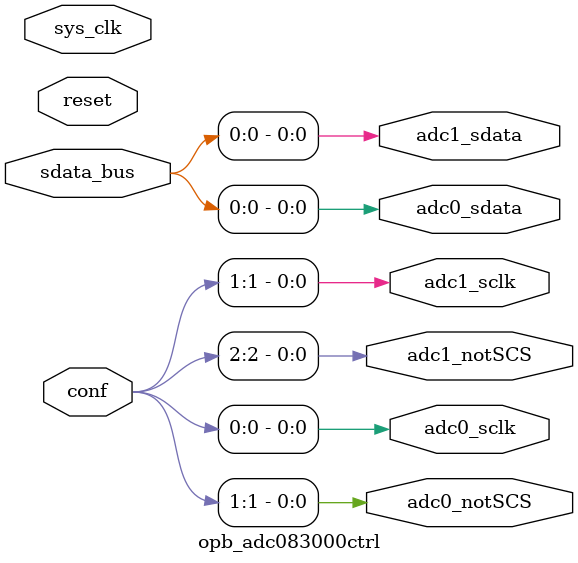
<source format=v>
 
module opb_adc083000ctrl(
	input sys_clk,
	input reset,
	input [2:0] conf,
	input [31:0] sdata_bus,
	
	output adc0_notSCS,
	output adc0_sclk,
	output adc0_sdata,
	output adc1_notSCS,
	output adc1_sclk,
	output adc1_sdata
);


assign adc0_sdata = sdata_bus[0]; //adc_ctrl_sdata;
assign adc1_sdata = sdata_bus[0]; //adc_ctrl_sdata;
assign adc0_notSCS = conf[1];
assign adc1_notSCS = conf[2];
assign adc0_sclk = conf[0];
assign adc1_sclk = conf[1];

// // Wires and Regs
// //===============
// wire [3:0] sys_clk_cnt;
// reg spi_reset;
// wire spi_sdata;
// wire spi_done;
// reg adc_ctrl_notSCS, adc_ctrl_sdata;
// assign adc0_sdata = adc_ctrl_sdata;
// assign adc1_sdata = adc_ctrl_sdata;
// assign adc0_notSCS = adc_ctrl_notSCS & conf[1];
// assign adc1_notSCS = adc_ctrl_notSCS & conf[2];
// 
// // Module Declarations
// //====================
// // Generate a serial clock at 125/4 MHz
// Counter sys_clk_counter(.Clock(sys_clk), .Reset(1'b0), .Set(0), .Load(0), .Enable(1'b1), .In(0), .Count(sys_clk_cnt));
// defparam sys_clk_counter.width = 4;
// 
// assign adc0_sclk = sys_clk_cnt[3];
// assign adc1_sclk = sys_clk_cnt[3];
// 
// spi32 spi( .spi_clk(adc_ctrl_clk), .reset(spi_reset), .pdata(sdata_bus), .sdata(spi_sdata), .done(spi_done));
// 
// /// TODO: add edge detector on LSB of conf
// // mux the SCS lines
// 
// // State Update Mux
// //=================
// parameter state_idle = 4'd0;
// parameter state_chip_sel = 4'd1;
// parameter state_start_spi = 4'd2;
// reg [3:0] state, next_state;
// always @ (posedge adc0_sclk) begin
// 	if (reset) begin
// 		state <= state_idle;
// 	end else begin
// 		state <= next_state;
// 	end
// end
// 
// 
// 
// // Next-state Logic
// //=================
// always @ (*) begin
// 	adc_ctrl_notSCS = 0;
// 	adc_ctrl_sdata = 0;
// 	spi_reset = 0;
// 	case(state)
// 		state_idle: begin
// 			if (conf) begin
// 				next_state = state_chip_sel;
// 			end
// 		end
// 
// 		state_chip_sel: begin
// 			adc_ctrl_notSCS = 1;
// 			next_state = state_start_spi;
// 			spi_reset = 1;
// 		end
// 
// 		state_start_spi: begin
// 			adc_ctrl_sdata = spi_sdata;
// 			if (spi_done) begin
// 				next_state = state_idle;
// 			end 
// 		end
// 
// 		default: begin
// 			next_state = state_idle;
// 		end
// 	endcase
// end
// 
// endmodule
// 
// module spi32(
// 	input spi_clk, 
// 	input reset, 
// 	input [31:0] pdata,
// 	output sdata,
// 	output done
// );
// 
// wire [4:0] sdata_index;
// Counter index_counter(.Clock(spi_clk), .Reset(1'b0), .Set(0), .Load(0), .Enable(1'b1), .In(0), .Count(sdata_index));
// defparam index_counter.limited = 1;
// defparam index_counter.width = 5;
// assign sdata = pdata[sdata_index];
// assign done = sdata_index == 31;

endmodule

</source>
